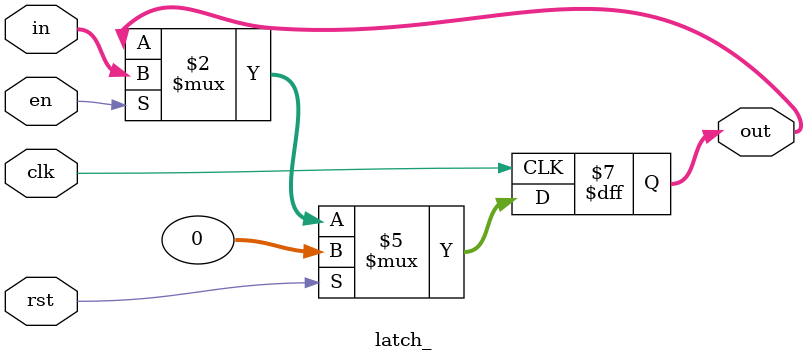
<source format=v>
module latch_ (clk, rst, en, in, out);

	input clk, rst, en;
	input [31:0] in;
	output reg [31:0] out;
	
	always @(posedge clk) begin
		if (rst) 
		out <= 0;
		else if (en)
		out <= in;
	end
endmodule
</source>
